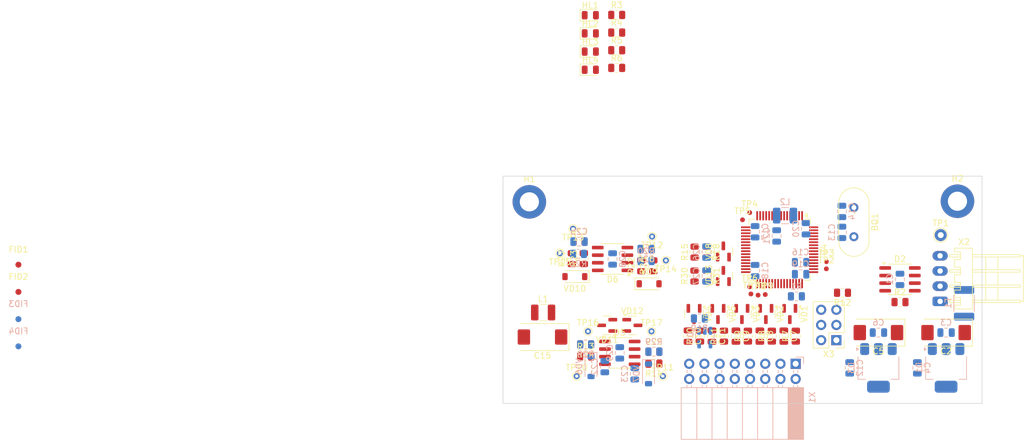
<source format=kicad_pcb>
(kicad_pcb
	(version 20240108)
	(generator "pcbnew")
	(generator_version "8.0")
	(general
		(thickness 1.6)
		(legacy_teardrops no)
	)
	(paper "A4")
	(layers
		(0 "F.Cu" signal)
		(31 "B.Cu" signal)
		(32 "B.Adhes" user "B.Adhesive")
		(33 "F.Adhes" user "F.Adhesive")
		(34 "B.Paste" user)
		(35 "F.Paste" user)
		(36 "B.SilkS" user "B.Silkscreen")
		(37 "F.SilkS" user "F.Silkscreen")
		(38 "B.Mask" user)
		(39 "F.Mask" user)
		(40 "Dwgs.User" user "User.Drawings")
		(41 "Cmts.User" user "User.Comments")
		(42 "Eco1.User" user "User.Eco1")
		(43 "Eco2.User" user "User.Eco2")
		(44 "Edge.Cuts" user)
		(45 "Margin" user)
		(46 "B.CrtYd" user "B.Courtyard")
		(47 "F.CrtYd" user "F.Courtyard")
		(48 "B.Fab" user)
		(49 "F.Fab" user)
		(50 "User.1" user)
		(51 "User.2" user)
		(52 "User.3" user)
		(53 "User.4" user)
		(54 "User.5" user)
		(55 "User.6" user)
		(56 "User.7" user)
		(57 "User.8" user)
		(58 "User.9" user)
	)
	(setup
		(pad_to_mask_clearance 0)
		(allow_soldermask_bridges_in_footprints no)
		(pcbplotparams
			(layerselection 0x00010fc_ffffffff)
			(plot_on_all_layers_selection 0x0000000_00000000)
			(disableapertmacros no)
			(usegerberextensions no)
			(usegerberattributes yes)
			(usegerberadvancedattributes yes)
			(creategerberjobfile yes)
			(dashed_line_dash_ratio 12.000000)
			(dashed_line_gap_ratio 3.000000)
			(svgprecision 4)
			(plotframeref no)
			(viasonmask no)
			(mode 1)
			(useauxorigin no)
			(hpglpennumber 1)
			(hpglpenspeed 20)
			(hpglpendiameter 15.000000)
			(pdf_front_fp_property_popups yes)
			(pdf_back_fp_property_popups yes)
			(dxfpolygonmode yes)
			(dxfimperialunits yes)
			(dxfusepcbnewfont yes)
			(psnegative no)
			(psa4output no)
			(plotreference yes)
			(plotvalue yes)
			(plotfptext yes)
			(plotinvisibletext no)
			(sketchpadsonfab no)
			(subtractmaskfromsilk no)
			(outputformat 1)
			(mirror no)
			(drillshape 1)
			(scaleselection 1)
			(outputdirectory "")
		)
	)
	(net 0 "")
	(net 1 "Net-(D4-PD0)")
	(net 2 "Net-(D4-PD1)")
	(net 3 "+3V3")
	(net 4 "GND")
	(net 5 "+12V")
	(net 6 "+5V")
	(net 7 "UA_RDY")
	(net 8 "XRAY_ON")
	(net 9 "NO_LINK")
	(net 10 "OVERLOAD")
	(net 11 "OVERHEAT")
	(net 12 "+12VA")
	(net 13 "+3.3VA")
	(net 14 "Net-(D5A-+)")
	(net 15 "Net-(D5B-+)")
	(net 16 "Net-(D6A-+)")
	(net 17 "Net-(D6B-+)")
	(net 18 "HV_24V")
	(net 19 "HV_15V")
	(net 20 "Net-(D2-B)")
	(net 21 "U1_RX")
	(net 22 "TXEN")
	(net 23 "Net-(D2-A)")
	(net 24 "U1_TX")
	(net 25 "SWO")
	(net 26 "unconnected-(D4-PC15-Pad4)")
	(net 27 "unconnected-(D4-PB4-Pad56)")
	(net 28 "unconnected-(D4-PB2-Pad28)")
	(net 29 "Ia_CTRL")
	(net 30 "SWCLK")
	(net 31 "unconnected-(D4-PC6-Pad37)")
	(net 32 "unconnected-(D4-PB9-Pad62)")
	(net 33 "unconnected-(D4-PC3-Pad11)")
	(net 34 "unconnected-(D4-PB10-Pad29)")
	(net 35 "unconnected-(D4-PC14-Pad3)")
	(net 36 "Net-(D4-PC10)")
	(net 37 "unconnected-(D4-PC0-Pad8)")
	(net 38 "RESET")
	(net 39 "unconnected-(D4-PB8-Pad61)")
	(net 40 "SWDIO")
	(net 41 "Net-(D4-PB14)")
	(net 42 "unconnected-(D4-PD2-Pad54)")
	(net 43 "Ua_MON")
	(net 44 "unconnected-(D4-PA1-Pad15)")
	(net 45 "unconnected-(D4-PA12-Pad45)")
	(net 46 "Net-(D4-PC11)")
	(net 47 "HV_ENABLE")
	(net 48 "unconnected-(D4-PB1-Pad27)")
	(net 49 "unconnected-(D4-PB0-Pad26)")
	(net 50 "unconnected-(D4-PC12-Pad53)")
	(net 51 "Ua_CTRL")
	(net 52 "unconnected-(D4-PC2-Pad10)")
	(net 53 "Net-(D4-PB12)")
	(net 54 "CONN")
	(net 55 "Ia_MON")
	(net 56 "Net-(D4-PA3)")
	(net 57 "unconnected-(D4-PC13-Pad2)")
	(net 58 "unconnected-(D4-PB11-Pad30)")
	(net 59 "LED_ACT")
	(net 60 "Net-(D4-PB15)")
	(net 61 "unconnected-(D4-PA15-Pad50)")
	(net 62 "Net-(D4-PA2)")
	(net 63 "Net-(D4-PB13)")
	(net 64 "unconnected-(D4-PA0-Pad14)")
	(net 65 "Net-(D5A--)")
	(net 66 "Net-(D5B--)")
	(net 67 "Net-(D6B--)")
	(net 68 "Net-(D6A--)")
	(net 69 "unconnected-(D7-NC-Pad1)")
	(net 70 "X_HV_ENABLE")
	(net 71 "Net-(X2-Pin_1)")
	(net 72 "Net-(HL1-K)")
	(net 73 "Net-(HL2-K)")
	(net 74 "X_HV_24V")
	(net 75 "Net-(HL3-K)")
	(net 76 "Net-(HL4-K)")
	(net 77 "/X_UA_RDY")
	(net 78 "/X_XRAY_ON")
	(net 79 "/X_NO_LINK")
	(net 80 "/X_OVERLOAD")
	(net 81 "/X_OVERHEAT")
	(net 82 "X_Ua_MON")
	(net 83 "X_Ia_MON")
	(net 84 "X_Ua_CTRL")
	(net 85 "X_Ia_CTRL")
	(net 86 "X_HV_15V")
	(net 87 "unconnected-(H1-Pad1)")
	(net 88 "unconnected-(H2-Pad1)")
	(net 89 "Net-(VD10-K)")
	(net 90 "Net-(VD9-K)")
	(footprint "Capacitor_SMD:C_0805_2012Metric" (layer "F.Cu") (at 54.9 51.749999 -90))
	(footprint "Resistor_SMD:R_0805_2012Metric" (layer "F.Cu") (at 43.1 39.999998 90))
	(footprint "TestPoint:TestPoint_THTPad_D1.0mm_Drill0.5mm" (layer "F.Cu") (at 44.899999 35.099998 180))
	(footprint "Connector_PinHeader_2.54mm:PinHeader_2x03_P2.54mm_Vertical" (layer "F.Cu") (at 75.675 52.425 180))
	(footprint "Resistor_SMD:R_0805_2012Metric" (layer "F.Cu") (at 38.9875 1))
	(footprint "Resistor_SMD:R_0805_2012Metric" (layer "F.Cu") (at 51.9875 41.7 90))
	(footprint "Capacitor_Tantalum_SMD:CP_EIA-7343-31_Kemet-D" (layer "F.Cu") (at 26.6 51.9 180))
	(footprint "Resistor_SMD:R_0805_2012Metric" (layer "F.Cu") (at 52 37.7 90))
	(footprint "Capacitor_Tantalum_SMD:CP_EIA-7343-31_Kemet-D" (layer "F.Cu") (at 94 51.160001 180))
	(footprint "Ecohim:TestPoint_Pad_D0.8mm_no_circle" (layer "F.Cu") (at 61.2 31.1))
	(footprint "Package_TO_SOT_SMD:SOT-23" (layer "F.Cu") (at 67.9 48.049999 -90))
	(footprint "Resistor_SMD:R_0805_2012Metric" (layer "F.Cu") (at 45.2 54.349999))
	(footprint "Ecohim:TestPoint_Pad_D0.8mm_no_circle" (layer "F.Cu") (at 61.4 44.7))
	(footprint "TestPoint:TestPoint_THTPad_D1.0mm_Drill0.5mm" (layer "F.Cu") (at 34.2 50.949999))
	(footprint "Resistor_SMD:R_0805_2012Metric" (layer "F.Cu") (at 45.099999 39.999997 90))
	(footprint "Package_TO_SOT_SMD:SOT-23" (layer "F.Cu") (at 63.9 48.049999 -90))
	(footprint "Package_QFP:LQFP-64_10x10mm_P0.5mm" (layer "F.Cu") (at 66.2 37.3 -90))
	(footprint "TestPoint:TestPoint_THTPad_D1.0mm_Drill0.5mm" (layer "F.Cu") (at 46.7 58.449999))
	(footprint "Resistor_SMD:R_0805_2012Metric" (layer "F.Cu") (at 60.9 51.749999 90))
	(footprint "LED_SMD:LED_0805_2012Metric" (layer "F.Cu") (at 34.5775 1.135))
	(footprint "Resistor_SMD:R_0805_2012Metric" (layer "F.Cu") (at 68.9 51.749999 90))
	(footprint "TestPoint:TestPoint_THTPad_D1.0mm_Drill0.5mm" (layer "F.Cu") (at 47.2 39.099998 180))
	(footprint "Resistor_SMD:R_0805_2012Metric" (layer "F.Cu") (at 86.3 46.060001))
	(footprint "Resistor_SMD:R_0805_2012Metric" (layer "F.Cu") (at 38.9875 3.95))
	(footprint "Resistor_SMD:R_0805_2012Metric" (layer "F.Cu") (at 52.9 51.749999 90))
	(footprint "Resistor_SMD:R_0805_2012Metric" (layer "F.Cu") (at 38.9875 6.9))
	(footprint "Ecohim:TestPoint_Pad_D0.8mm_no_circle" (layer "F.Cu") (at 62.6 44.9))
	(footprint "LED_SMD:LED_0805_2012Metric" (layer "F.Cu") (at 34.5775 7.215))
	(footprint "Package_TO_SOT_SMD:SOT-23" (layer "F.Cu") (at 55.9 48.049999 -90))
	(footprint "TestPoint:TestPoint_THTPad_D1.0mm_Drill0.5mm" (layer "F.Cu") (at 32.3 58.449999))
	(footprint "Ecohim:TestPoint_Pad_D0.8mm_no_circle" (layer "F.Cu") (at 61.2 43.5))
	(footprint "Diode_SMD:D_SOD-123" (layer "F.Cu") (at 32 41.799997 180))
	(footprint "Crystal:Crystal_HC49-4H_Vertical" (layer "F.Cu") (at 78.6 30.249999 -90))
	(footprint "Resistor_SMD:R_0805_2012Metric" (layer "F.Cu") (at 38.9875 -1.95))
	(footprint "Resistor_SMD:R_0805_2012Metric" (layer "F.Cu") (at 54 37.7 -90))
	(footprint "Inductor_SMD:L_1210_3225Metric" (layer "F.Cu") (at 26.7 47.8))
	(footprint "MountingHole:MountingHole_3.2mm_M3_DIN965_Pad" (layer "F.Cu") (at 24.4 29.3))
	(footprint "Package_TO_SOT_SMD:SOT-23" (layer "F.Cu") (at 51.9 48.049999 -90))
	(footprint "TestPoint:TestPoint_THTPad_D2.0mm_Drill1.0mm" (layer "F.Cu") (at 93.1 34.860001))
	(footprint "MountingHole:MountingHole_3.2mm_M3_DIN965_Pad" (layer "F.Cu") (at 95.9 29.2))
	(footprint "Ecohim:DS1070-4MR_WF-4RA_CONNFLY" (layer "F.Cu") (at 93 38.320001 -90))
	(footprint "Ecohim:TestPoint_Pad_D0.8mm_no_circle"
		(layer "F.Cu")
		(uuid "77c9a524-d2ee-49f1-9439-80f4dee10ff9")
		(at 60 32.3)
		(descr "SMD pad as test Point, diameter 0.8mm")
		(tags "test point SMD pad")
		(property "Reference" "TP5"
			(at 0 -1.448 0)
			(layer "F.SilkS")
			(uuid "026c663b-bd9e-48d2-9885-6b95185bb50d")
			(effects
				(font
					(size 1 1)
					(thickness 0.15)
				)
			)
		)
		(property "Value" "TestPoint"
			(at 0 1.55 0)
			(layer "F.Fab")
			(hide yes)
			(uuid "60f06f70-6406-424e-87e9-fe1071b01ce0")
			(effects
				(font
					(size 1 1)
					(thickness 0.15)
				)
			)
		)
		(property "Footprint" "Ecohim:TestPoint_Pad_D0.8mm_no_circle"
			(at 0 0 0)
			(layer "F.Fab")
			(hide yes)
			(uuid "02ce1e03-4e69-4195-8cbb-ead07c3954e0")
			(effects
				(font
					(size 1.27 1.27)
					(thickness 0.15)
				)
			)
		)
		(property "Datasheet" ""
			(at 0 0 0)
			(layer "F.Fab")
			(hide yes)
			(uuid "5a0f33c2-d4af-48b0-b72e-46ece0cfab24")
			(effects
				(font
					(size 1.27 1.27)
					(thickness 0.15)
				)
			)
		)
		(property "Description" ""
			(at 0 0 0)
			(layer "F.Fab")
			(hide yes)
			(uuid "10c49f7d-00f9-41bc-8585-c6f4141b2efe")
			(effects
				(font
					(size 1.27 1.27)
					(thickness 0.15)
				)
			)
		)
		(property ki_fp_filters "Pin* Test*")
		(path "/ddbdacc6-155d-4dd6-8260-306452675304")
		(sheetname "Root")
		(sheetfile "RS485_BSV_V1R1.kicad_sch")
		(attr exclude_from_pos_files exclude_from_bom)
		(fp_circle
			(center 0 0)
			(end 0.381 0)
			(stroke
				(width 0.05)
				(type solid)
			)
			(fill none)
			(layer "F.CrtYd")
			(uu
... [341792 chars truncated]
</source>
